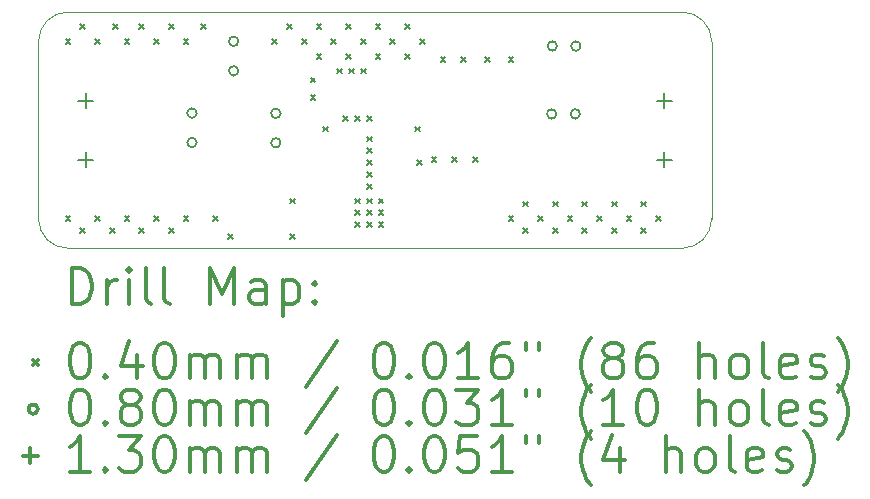
<source format=gbr>
%FSLAX45Y45*%
G04 Gerber Fmt 4.5, Leading zero omitted, Abs format (unit mm)*
G04 Created by KiCad (PCBNEW (5.1.0-1220-ga833aeeac)) date 2019-07-10 21:21:38*
%MOMM*%
%LPD*%
G04 APERTURE LIST*
%ADD10C,0.100000*%
%ADD11C,0.200000*%
%ADD12C,0.300000*%
G04 APERTURE END LIST*
D10*
X14000000Y-11250000D02*
G75*
G02X14250000Y-11000000I250000J0D01*
G01*
X14250000Y-13000000D02*
G75*
G02X14000000Y-12750000I0J250000D01*
G01*
X19700000Y-12750000D02*
G75*
G02X19450000Y-13000000I-250000J0D01*
G01*
X19450000Y-11000000D02*
G75*
G02X19700000Y-11250000I0J-250000D01*
G01*
X14000000Y-12750000D02*
X14000000Y-11250000D01*
X19450000Y-13000000D02*
X14250000Y-13000000D01*
X19700000Y-11250000D02*
X19700000Y-12750000D01*
X14250000Y-11000000D02*
X19450000Y-11000000D01*
D11*
X14230000Y-11230000D02*
X14270000Y-11270000D01*
X14270000Y-11230000D02*
X14230000Y-11270000D01*
X14230000Y-12730000D02*
X14270000Y-12770000D01*
X14270000Y-12730000D02*
X14230000Y-12770000D01*
X14355000Y-11105000D02*
X14395000Y-11145000D01*
X14395000Y-11105000D02*
X14355000Y-11145000D01*
X14355000Y-12830000D02*
X14395000Y-12870000D01*
X14395000Y-12830000D02*
X14355000Y-12870000D01*
X14480000Y-11230000D02*
X14520000Y-11270000D01*
X14520000Y-11230000D02*
X14480000Y-11270000D01*
X14480000Y-12730000D02*
X14520000Y-12770000D01*
X14520000Y-12730000D02*
X14480000Y-12770000D01*
X14605000Y-12830000D02*
X14645000Y-12870000D01*
X14645000Y-12830000D02*
X14605000Y-12870000D01*
X14630000Y-11105000D02*
X14670000Y-11145000D01*
X14670000Y-11105000D02*
X14630000Y-11145000D01*
X14730000Y-11230000D02*
X14770000Y-11270000D01*
X14770000Y-11230000D02*
X14730000Y-11270000D01*
X14730000Y-12730000D02*
X14770000Y-12770000D01*
X14770000Y-12730000D02*
X14730000Y-12770000D01*
X14855000Y-11105000D02*
X14895000Y-11145000D01*
X14895000Y-11105000D02*
X14855000Y-11145000D01*
X14855000Y-12830000D02*
X14895000Y-12870000D01*
X14895000Y-12830000D02*
X14855000Y-12870000D01*
X14980000Y-11230000D02*
X15020000Y-11270000D01*
X15020000Y-11230000D02*
X14980000Y-11270000D01*
X14980000Y-12730000D02*
X15020000Y-12770000D01*
X15020000Y-12730000D02*
X14980000Y-12770000D01*
X15105000Y-11105000D02*
X15145000Y-11145000D01*
X15145000Y-11105000D02*
X15105000Y-11145000D01*
X15105000Y-12830000D02*
X15145000Y-12870000D01*
X15145000Y-12830000D02*
X15105000Y-12870000D01*
X15230000Y-11230000D02*
X15270000Y-11270000D01*
X15270000Y-11230000D02*
X15230000Y-11270000D01*
X15230000Y-12730000D02*
X15270000Y-12770000D01*
X15270000Y-12730000D02*
X15230000Y-12770000D01*
X15380000Y-11105000D02*
X15420000Y-11145000D01*
X15420000Y-11105000D02*
X15380000Y-11145000D01*
X15480000Y-12730000D02*
X15520000Y-12770000D01*
X15520000Y-12730000D02*
X15480000Y-12770000D01*
X15605000Y-12880000D02*
X15645000Y-12920000D01*
X15645000Y-12880000D02*
X15605000Y-12920000D01*
X15980000Y-11230000D02*
X16020000Y-11270000D01*
X16020000Y-11230000D02*
X15980000Y-11270000D01*
X16105000Y-11105000D02*
X16145000Y-11145000D01*
X16145000Y-11105000D02*
X16105000Y-11145000D01*
X16130000Y-12580000D02*
X16170000Y-12620000D01*
X16170000Y-12580000D02*
X16130000Y-12620000D01*
X16130000Y-12880000D02*
X16170000Y-12920000D01*
X16170000Y-12880000D02*
X16130000Y-12920000D01*
X16230000Y-11230000D02*
X16270000Y-11270000D01*
X16270000Y-11230000D02*
X16230000Y-11270000D01*
X16305000Y-11555000D02*
X16345000Y-11595000D01*
X16345000Y-11555000D02*
X16305000Y-11595000D01*
X16305000Y-11705000D02*
X16345000Y-11745000D01*
X16345000Y-11705000D02*
X16305000Y-11745000D01*
X16355000Y-11105000D02*
X16395000Y-11145000D01*
X16395000Y-11105000D02*
X16355000Y-11145000D01*
X16355000Y-11355000D02*
X16395000Y-11395000D01*
X16395000Y-11355000D02*
X16355000Y-11395000D01*
X16410000Y-11970000D02*
X16450000Y-12010000D01*
X16450000Y-11970000D02*
X16410000Y-12010000D01*
X16480000Y-11230000D02*
X16520000Y-11270000D01*
X16520000Y-11230000D02*
X16480000Y-11270000D01*
X16530000Y-11480000D02*
X16570000Y-11520000D01*
X16570000Y-11480000D02*
X16530000Y-11520000D01*
X16580000Y-11880000D02*
X16620000Y-11920000D01*
X16620000Y-11880000D02*
X16580000Y-11920000D01*
X16605000Y-11105000D02*
X16645000Y-11145000D01*
X16645000Y-11105000D02*
X16605000Y-11145000D01*
X16605000Y-11355000D02*
X16645000Y-11395000D01*
X16645000Y-11355000D02*
X16605000Y-11395000D01*
X16630000Y-11480000D02*
X16670000Y-11520000D01*
X16670000Y-11480000D02*
X16630000Y-11520000D01*
X16680000Y-11880000D02*
X16720000Y-11920000D01*
X16720000Y-11880000D02*
X16680000Y-11920000D01*
X16680000Y-12580000D02*
X16720000Y-12620000D01*
X16720000Y-12580000D02*
X16680000Y-12620000D01*
X16680000Y-12680000D02*
X16720000Y-12720000D01*
X16720000Y-12680000D02*
X16680000Y-12720000D01*
X16680000Y-12780000D02*
X16720000Y-12820000D01*
X16720000Y-12780000D02*
X16680000Y-12820000D01*
X16730000Y-11230000D02*
X16770000Y-11270000D01*
X16770000Y-11230000D02*
X16730000Y-11270000D01*
X16730000Y-11480000D02*
X16770000Y-11520000D01*
X16770000Y-11480000D02*
X16730000Y-11520000D01*
X16780000Y-11880000D02*
X16820000Y-11920000D01*
X16820000Y-11880000D02*
X16780000Y-11920000D01*
X16780000Y-12055000D02*
X16820000Y-12095000D01*
X16820000Y-12055000D02*
X16780000Y-12095000D01*
X16780000Y-12155000D02*
X16820000Y-12195000D01*
X16820000Y-12155000D02*
X16780000Y-12195000D01*
X16780000Y-12255000D02*
X16820000Y-12295000D01*
X16820000Y-12255000D02*
X16780000Y-12295000D01*
X16780000Y-12355000D02*
X16820000Y-12395000D01*
X16820000Y-12355000D02*
X16780000Y-12395000D01*
X16780000Y-12455000D02*
X16820000Y-12495000D01*
X16820000Y-12455000D02*
X16780000Y-12495000D01*
X16780000Y-12580000D02*
X16820000Y-12620000D01*
X16820000Y-12580000D02*
X16780000Y-12620000D01*
X16780000Y-12680000D02*
X16820000Y-12720000D01*
X16820000Y-12680000D02*
X16780000Y-12720000D01*
X16780000Y-12780000D02*
X16820000Y-12820000D01*
X16820000Y-12780000D02*
X16780000Y-12820000D01*
X16855000Y-11105000D02*
X16895000Y-11145000D01*
X16895000Y-11105000D02*
X16855000Y-11145000D01*
X16855000Y-11355000D02*
X16895000Y-11395000D01*
X16895000Y-11355000D02*
X16855000Y-11395000D01*
X16880000Y-12580000D02*
X16920000Y-12620000D01*
X16920000Y-12580000D02*
X16880000Y-12620000D01*
X16880000Y-12680000D02*
X16920000Y-12720000D01*
X16920000Y-12680000D02*
X16880000Y-12720000D01*
X16880000Y-12780000D02*
X16920000Y-12820000D01*
X16920000Y-12780000D02*
X16880000Y-12820000D01*
X16980000Y-11230000D02*
X17020000Y-11270000D01*
X17020000Y-11230000D02*
X16980000Y-11270000D01*
X17105000Y-11105000D02*
X17145000Y-11145000D01*
X17145000Y-11105000D02*
X17105000Y-11145000D01*
X17105000Y-11355000D02*
X17145000Y-11395000D01*
X17145000Y-11355000D02*
X17105000Y-11395000D01*
X17190000Y-11970000D02*
X17230000Y-12010000D01*
X17230000Y-11970000D02*
X17190000Y-12010000D01*
X17206429Y-12253571D02*
X17246429Y-12293571D01*
X17246429Y-12253571D02*
X17206429Y-12293571D01*
X17230000Y-11230000D02*
X17270000Y-11270000D01*
X17270000Y-11230000D02*
X17230000Y-11270000D01*
X17330000Y-12230000D02*
X17370000Y-12270000D01*
X17370000Y-12230000D02*
X17330000Y-12270000D01*
X17405000Y-11380000D02*
X17445000Y-11420000D01*
X17445000Y-11380000D02*
X17405000Y-11420000D01*
X17505000Y-12230000D02*
X17545000Y-12270000D01*
X17545000Y-12230000D02*
X17505000Y-12270000D01*
X17580000Y-11380000D02*
X17620000Y-11420000D01*
X17620000Y-11380000D02*
X17580000Y-11420000D01*
X17680000Y-12230000D02*
X17720000Y-12270000D01*
X17720000Y-12230000D02*
X17680000Y-12270000D01*
X17780000Y-11380000D02*
X17820000Y-11420000D01*
X17820000Y-11380000D02*
X17780000Y-11420000D01*
X17980000Y-11380000D02*
X18020000Y-11420000D01*
X18020000Y-11380000D02*
X17980000Y-11420000D01*
X17980000Y-12730000D02*
X18020000Y-12770000D01*
X18020000Y-12730000D02*
X17980000Y-12770000D01*
X18105000Y-12605000D02*
X18145000Y-12645000D01*
X18145000Y-12605000D02*
X18105000Y-12645000D01*
X18105000Y-12830000D02*
X18145000Y-12870000D01*
X18145000Y-12830000D02*
X18105000Y-12870000D01*
X18230000Y-12730000D02*
X18270000Y-12770000D01*
X18270000Y-12730000D02*
X18230000Y-12770000D01*
X18355000Y-12605000D02*
X18395000Y-12645000D01*
X18395000Y-12605000D02*
X18355000Y-12645000D01*
X18355000Y-12830000D02*
X18395000Y-12870000D01*
X18395000Y-12830000D02*
X18355000Y-12870000D01*
X18480000Y-12730000D02*
X18520000Y-12770000D01*
X18520000Y-12730000D02*
X18480000Y-12770000D01*
X18605000Y-12605000D02*
X18645000Y-12645000D01*
X18645000Y-12605000D02*
X18605000Y-12645000D01*
X18605000Y-12830000D02*
X18645000Y-12870000D01*
X18645000Y-12830000D02*
X18605000Y-12870000D01*
X18730000Y-12730000D02*
X18770000Y-12770000D01*
X18770000Y-12730000D02*
X18730000Y-12770000D01*
X18855000Y-12605000D02*
X18895000Y-12645000D01*
X18895000Y-12605000D02*
X18855000Y-12645000D01*
X18855000Y-12830000D02*
X18895000Y-12870000D01*
X18895000Y-12830000D02*
X18855000Y-12870000D01*
X18980000Y-12730000D02*
X19020000Y-12770000D01*
X19020000Y-12730000D02*
X18980000Y-12770000D01*
X19105000Y-12605000D02*
X19145000Y-12645000D01*
X19145000Y-12605000D02*
X19105000Y-12645000D01*
X19105000Y-12830000D02*
X19145000Y-12870000D01*
X19145000Y-12830000D02*
X19105000Y-12870000D01*
X19230000Y-12730000D02*
X19270000Y-12770000D01*
X19270000Y-12730000D02*
X19230000Y-12770000D01*
X15340000Y-11855000D02*
G75*
G03X15340000Y-11855000I-40000J0D01*
G01*
X15340000Y-12105000D02*
G75*
G03X15340000Y-12105000I-40000J0D01*
G01*
X16050000Y-11857500D02*
G75*
G03X16050000Y-11857500I-40000J0D01*
G01*
X16050000Y-12107500D02*
G75*
G03X16050000Y-12107500I-40000J0D01*
G01*
X15692500Y-11247500D02*
G75*
G03X15692500Y-11247500I-40000J0D01*
G01*
X15692500Y-11497500D02*
G75*
G03X15692500Y-11497500I-40000J0D01*
G01*
X18390000Y-11287500D02*
G75*
G03X18390000Y-11287500I-40000J0D01*
G01*
X18590000Y-11287500D02*
G75*
G03X18590000Y-11287500I-40000J0D01*
G01*
X18385000Y-11862500D02*
G75*
G03X18385000Y-11862500I-40000J0D01*
G01*
X18585000Y-11862500D02*
G75*
G03X18585000Y-11862500I-40000J0D01*
G01*
X19300000Y-11685000D02*
X19300000Y-11815000D01*
X19235000Y-11750000D02*
X19365000Y-11750000D01*
X19300000Y-12185000D02*
X19300000Y-12315000D01*
X19235000Y-12250000D02*
X19365000Y-12250000D01*
X14400000Y-11685000D02*
X14400000Y-11815000D01*
X14335000Y-11750000D02*
X14465000Y-11750000D01*
X14400000Y-12185000D02*
X14400000Y-12315000D01*
X14335000Y-12250000D02*
X14465000Y-12250000D01*
D12*
X14281428Y-13470714D02*
X14281428Y-13170714D01*
X14352857Y-13170714D01*
X14395714Y-13185000D01*
X14424286Y-13213571D01*
X14438571Y-13242143D01*
X14452857Y-13299286D01*
X14452857Y-13342143D01*
X14438571Y-13399286D01*
X14424286Y-13427857D01*
X14395714Y-13456429D01*
X14352857Y-13470714D01*
X14281428Y-13470714D01*
X14581428Y-13470714D02*
X14581428Y-13270714D01*
X14581428Y-13327857D02*
X14595714Y-13299286D01*
X14610000Y-13285000D01*
X14638571Y-13270714D01*
X14667143Y-13270714D01*
X14767143Y-13470714D02*
X14767143Y-13270714D01*
X14767143Y-13170714D02*
X14752857Y-13185000D01*
X14767143Y-13199286D01*
X14781428Y-13185000D01*
X14767143Y-13170714D01*
X14767143Y-13199286D01*
X14952857Y-13470714D02*
X14924286Y-13456429D01*
X14910000Y-13427857D01*
X14910000Y-13170714D01*
X15110000Y-13470714D02*
X15081428Y-13456429D01*
X15067143Y-13427857D01*
X15067143Y-13170714D01*
X15452857Y-13470714D02*
X15452857Y-13170714D01*
X15552857Y-13385000D01*
X15652857Y-13170714D01*
X15652857Y-13470714D01*
X15924286Y-13470714D02*
X15924286Y-13313571D01*
X15910000Y-13285000D01*
X15881428Y-13270714D01*
X15824286Y-13270714D01*
X15795714Y-13285000D01*
X15924286Y-13456429D02*
X15895714Y-13470714D01*
X15824286Y-13470714D01*
X15795714Y-13456429D01*
X15781428Y-13427857D01*
X15781428Y-13399286D01*
X15795714Y-13370714D01*
X15824286Y-13356429D01*
X15895714Y-13356429D01*
X15924286Y-13342143D01*
X16067143Y-13270714D02*
X16067143Y-13570714D01*
X16067143Y-13285000D02*
X16095714Y-13270714D01*
X16152857Y-13270714D01*
X16181428Y-13285000D01*
X16195714Y-13299286D01*
X16210000Y-13327857D01*
X16210000Y-13413571D01*
X16195714Y-13442143D01*
X16181428Y-13456429D01*
X16152857Y-13470714D01*
X16095714Y-13470714D01*
X16067143Y-13456429D01*
X16338571Y-13442143D02*
X16352857Y-13456429D01*
X16338571Y-13470714D01*
X16324286Y-13456429D01*
X16338571Y-13442143D01*
X16338571Y-13470714D01*
X16338571Y-13285000D02*
X16352857Y-13299286D01*
X16338571Y-13313571D01*
X16324286Y-13299286D01*
X16338571Y-13285000D01*
X16338571Y-13313571D01*
X13955000Y-13945000D02*
X13995000Y-13985000D01*
X13995000Y-13945000D02*
X13955000Y-13985000D01*
X14338571Y-13800714D02*
X14367143Y-13800714D01*
X14395714Y-13815000D01*
X14410000Y-13829286D01*
X14424286Y-13857857D01*
X14438571Y-13915000D01*
X14438571Y-13986429D01*
X14424286Y-14043571D01*
X14410000Y-14072143D01*
X14395714Y-14086429D01*
X14367143Y-14100714D01*
X14338571Y-14100714D01*
X14310000Y-14086429D01*
X14295714Y-14072143D01*
X14281428Y-14043571D01*
X14267143Y-13986429D01*
X14267143Y-13915000D01*
X14281428Y-13857857D01*
X14295714Y-13829286D01*
X14310000Y-13815000D01*
X14338571Y-13800714D01*
X14567143Y-14072143D02*
X14581428Y-14086429D01*
X14567143Y-14100714D01*
X14552857Y-14086429D01*
X14567143Y-14072143D01*
X14567143Y-14100714D01*
X14838571Y-13900714D02*
X14838571Y-14100714D01*
X14767143Y-13786429D02*
X14695714Y-14000714D01*
X14881428Y-14000714D01*
X15052857Y-13800714D02*
X15081428Y-13800714D01*
X15110000Y-13815000D01*
X15124286Y-13829286D01*
X15138571Y-13857857D01*
X15152857Y-13915000D01*
X15152857Y-13986429D01*
X15138571Y-14043571D01*
X15124286Y-14072143D01*
X15110000Y-14086429D01*
X15081428Y-14100714D01*
X15052857Y-14100714D01*
X15024286Y-14086429D01*
X15010000Y-14072143D01*
X14995714Y-14043571D01*
X14981428Y-13986429D01*
X14981428Y-13915000D01*
X14995714Y-13857857D01*
X15010000Y-13829286D01*
X15024286Y-13815000D01*
X15052857Y-13800714D01*
X15281428Y-14100714D02*
X15281428Y-13900714D01*
X15281428Y-13929286D02*
X15295714Y-13915000D01*
X15324286Y-13900714D01*
X15367143Y-13900714D01*
X15395714Y-13915000D01*
X15410000Y-13943571D01*
X15410000Y-14100714D01*
X15410000Y-13943571D02*
X15424286Y-13915000D01*
X15452857Y-13900714D01*
X15495714Y-13900714D01*
X15524286Y-13915000D01*
X15538571Y-13943571D01*
X15538571Y-14100714D01*
X15681428Y-14100714D02*
X15681428Y-13900714D01*
X15681428Y-13929286D02*
X15695714Y-13915000D01*
X15724286Y-13900714D01*
X15767143Y-13900714D01*
X15795714Y-13915000D01*
X15810000Y-13943571D01*
X15810000Y-14100714D01*
X15810000Y-13943571D02*
X15824286Y-13915000D01*
X15852857Y-13900714D01*
X15895714Y-13900714D01*
X15924286Y-13915000D01*
X15938571Y-13943571D01*
X15938571Y-14100714D01*
X16524286Y-13786429D02*
X16267143Y-14172143D01*
X16910000Y-13800714D02*
X16938571Y-13800714D01*
X16967143Y-13815000D01*
X16981428Y-13829286D01*
X16995714Y-13857857D01*
X17010000Y-13915000D01*
X17010000Y-13986429D01*
X16995714Y-14043571D01*
X16981428Y-14072143D01*
X16967143Y-14086429D01*
X16938571Y-14100714D01*
X16910000Y-14100714D01*
X16881428Y-14086429D01*
X16867143Y-14072143D01*
X16852857Y-14043571D01*
X16838571Y-13986429D01*
X16838571Y-13915000D01*
X16852857Y-13857857D01*
X16867143Y-13829286D01*
X16881428Y-13815000D01*
X16910000Y-13800714D01*
X17138571Y-14072143D02*
X17152857Y-14086429D01*
X17138571Y-14100714D01*
X17124286Y-14086429D01*
X17138571Y-14072143D01*
X17138571Y-14100714D01*
X17338571Y-13800714D02*
X17367143Y-13800714D01*
X17395714Y-13815000D01*
X17410000Y-13829286D01*
X17424286Y-13857857D01*
X17438571Y-13915000D01*
X17438571Y-13986429D01*
X17424286Y-14043571D01*
X17410000Y-14072143D01*
X17395714Y-14086429D01*
X17367143Y-14100714D01*
X17338571Y-14100714D01*
X17310000Y-14086429D01*
X17295714Y-14072143D01*
X17281428Y-14043571D01*
X17267143Y-13986429D01*
X17267143Y-13915000D01*
X17281428Y-13857857D01*
X17295714Y-13829286D01*
X17310000Y-13815000D01*
X17338571Y-13800714D01*
X17724286Y-14100714D02*
X17552857Y-14100714D01*
X17638571Y-14100714D02*
X17638571Y-13800714D01*
X17610000Y-13843571D01*
X17581428Y-13872143D01*
X17552857Y-13886429D01*
X17981428Y-13800714D02*
X17924286Y-13800714D01*
X17895714Y-13815000D01*
X17881428Y-13829286D01*
X17852857Y-13872143D01*
X17838571Y-13929286D01*
X17838571Y-14043571D01*
X17852857Y-14072143D01*
X17867143Y-14086429D01*
X17895714Y-14100714D01*
X17952857Y-14100714D01*
X17981428Y-14086429D01*
X17995714Y-14072143D01*
X18010000Y-14043571D01*
X18010000Y-13972143D01*
X17995714Y-13943571D01*
X17981428Y-13929286D01*
X17952857Y-13915000D01*
X17895714Y-13915000D01*
X17867143Y-13929286D01*
X17852857Y-13943571D01*
X17838571Y-13972143D01*
X18124286Y-13800714D02*
X18124286Y-13857857D01*
X18238571Y-13800714D02*
X18238571Y-13857857D01*
X18681428Y-14215000D02*
X18667143Y-14200714D01*
X18638571Y-14157857D01*
X18624286Y-14129286D01*
X18610000Y-14086429D01*
X18595714Y-14015000D01*
X18595714Y-13957857D01*
X18610000Y-13886429D01*
X18624286Y-13843571D01*
X18638571Y-13815000D01*
X18667143Y-13772143D01*
X18681428Y-13757857D01*
X18838571Y-13929286D02*
X18810000Y-13915000D01*
X18795714Y-13900714D01*
X18781428Y-13872143D01*
X18781428Y-13857857D01*
X18795714Y-13829286D01*
X18810000Y-13815000D01*
X18838571Y-13800714D01*
X18895714Y-13800714D01*
X18924286Y-13815000D01*
X18938571Y-13829286D01*
X18952857Y-13857857D01*
X18952857Y-13872143D01*
X18938571Y-13900714D01*
X18924286Y-13915000D01*
X18895714Y-13929286D01*
X18838571Y-13929286D01*
X18810000Y-13943571D01*
X18795714Y-13957857D01*
X18781428Y-13986429D01*
X18781428Y-14043571D01*
X18795714Y-14072143D01*
X18810000Y-14086429D01*
X18838571Y-14100714D01*
X18895714Y-14100714D01*
X18924286Y-14086429D01*
X18938571Y-14072143D01*
X18952857Y-14043571D01*
X18952857Y-13986429D01*
X18938571Y-13957857D01*
X18924286Y-13943571D01*
X18895714Y-13929286D01*
X19210000Y-13800714D02*
X19152857Y-13800714D01*
X19124286Y-13815000D01*
X19110000Y-13829286D01*
X19081428Y-13872143D01*
X19067143Y-13929286D01*
X19067143Y-14043571D01*
X19081428Y-14072143D01*
X19095714Y-14086429D01*
X19124286Y-14100714D01*
X19181428Y-14100714D01*
X19210000Y-14086429D01*
X19224286Y-14072143D01*
X19238571Y-14043571D01*
X19238571Y-13972143D01*
X19224286Y-13943571D01*
X19210000Y-13929286D01*
X19181428Y-13915000D01*
X19124286Y-13915000D01*
X19095714Y-13929286D01*
X19081428Y-13943571D01*
X19067143Y-13972143D01*
X19595714Y-14100714D02*
X19595714Y-13800714D01*
X19724286Y-14100714D02*
X19724286Y-13943571D01*
X19710000Y-13915000D01*
X19681428Y-13900714D01*
X19638571Y-13900714D01*
X19610000Y-13915000D01*
X19595714Y-13929286D01*
X19910000Y-14100714D02*
X19881428Y-14086429D01*
X19867143Y-14072143D01*
X19852857Y-14043571D01*
X19852857Y-13957857D01*
X19867143Y-13929286D01*
X19881428Y-13915000D01*
X19910000Y-13900714D01*
X19952857Y-13900714D01*
X19981428Y-13915000D01*
X19995714Y-13929286D01*
X20010000Y-13957857D01*
X20010000Y-14043571D01*
X19995714Y-14072143D01*
X19981428Y-14086429D01*
X19952857Y-14100714D01*
X19910000Y-14100714D01*
X20181428Y-14100714D02*
X20152857Y-14086429D01*
X20138571Y-14057857D01*
X20138571Y-13800714D01*
X20410000Y-14086429D02*
X20381428Y-14100714D01*
X20324286Y-14100714D01*
X20295714Y-14086429D01*
X20281428Y-14057857D01*
X20281428Y-13943571D01*
X20295714Y-13915000D01*
X20324286Y-13900714D01*
X20381428Y-13900714D01*
X20410000Y-13915000D01*
X20424286Y-13943571D01*
X20424286Y-13972143D01*
X20281428Y-14000714D01*
X20538571Y-14086429D02*
X20567143Y-14100714D01*
X20624286Y-14100714D01*
X20652857Y-14086429D01*
X20667143Y-14057857D01*
X20667143Y-14043571D01*
X20652857Y-14015000D01*
X20624286Y-14000714D01*
X20581428Y-14000714D01*
X20552857Y-13986429D01*
X20538571Y-13957857D01*
X20538571Y-13943571D01*
X20552857Y-13915000D01*
X20581428Y-13900714D01*
X20624286Y-13900714D01*
X20652857Y-13915000D01*
X20767143Y-14215000D02*
X20781428Y-14200714D01*
X20810000Y-14157857D01*
X20824286Y-14129286D01*
X20838571Y-14086429D01*
X20852857Y-14015000D01*
X20852857Y-13957857D01*
X20838571Y-13886429D01*
X20824286Y-13843571D01*
X20810000Y-13815000D01*
X20781428Y-13772143D01*
X20767143Y-13757857D01*
X13995000Y-14361000D02*
G75*
G03X13995000Y-14361000I-40000J0D01*
G01*
X14338571Y-14196714D02*
X14367143Y-14196714D01*
X14395714Y-14211000D01*
X14410000Y-14225286D01*
X14424286Y-14253857D01*
X14438571Y-14311000D01*
X14438571Y-14382429D01*
X14424286Y-14439571D01*
X14410000Y-14468143D01*
X14395714Y-14482429D01*
X14367143Y-14496714D01*
X14338571Y-14496714D01*
X14310000Y-14482429D01*
X14295714Y-14468143D01*
X14281428Y-14439571D01*
X14267143Y-14382429D01*
X14267143Y-14311000D01*
X14281428Y-14253857D01*
X14295714Y-14225286D01*
X14310000Y-14211000D01*
X14338571Y-14196714D01*
X14567143Y-14468143D02*
X14581428Y-14482429D01*
X14567143Y-14496714D01*
X14552857Y-14482429D01*
X14567143Y-14468143D01*
X14567143Y-14496714D01*
X14752857Y-14325286D02*
X14724286Y-14311000D01*
X14710000Y-14296714D01*
X14695714Y-14268143D01*
X14695714Y-14253857D01*
X14710000Y-14225286D01*
X14724286Y-14211000D01*
X14752857Y-14196714D01*
X14810000Y-14196714D01*
X14838571Y-14211000D01*
X14852857Y-14225286D01*
X14867143Y-14253857D01*
X14867143Y-14268143D01*
X14852857Y-14296714D01*
X14838571Y-14311000D01*
X14810000Y-14325286D01*
X14752857Y-14325286D01*
X14724286Y-14339571D01*
X14710000Y-14353857D01*
X14695714Y-14382429D01*
X14695714Y-14439571D01*
X14710000Y-14468143D01*
X14724286Y-14482429D01*
X14752857Y-14496714D01*
X14810000Y-14496714D01*
X14838571Y-14482429D01*
X14852857Y-14468143D01*
X14867143Y-14439571D01*
X14867143Y-14382429D01*
X14852857Y-14353857D01*
X14838571Y-14339571D01*
X14810000Y-14325286D01*
X15052857Y-14196714D02*
X15081428Y-14196714D01*
X15110000Y-14211000D01*
X15124286Y-14225286D01*
X15138571Y-14253857D01*
X15152857Y-14311000D01*
X15152857Y-14382429D01*
X15138571Y-14439571D01*
X15124286Y-14468143D01*
X15110000Y-14482429D01*
X15081428Y-14496714D01*
X15052857Y-14496714D01*
X15024286Y-14482429D01*
X15010000Y-14468143D01*
X14995714Y-14439571D01*
X14981428Y-14382429D01*
X14981428Y-14311000D01*
X14995714Y-14253857D01*
X15010000Y-14225286D01*
X15024286Y-14211000D01*
X15052857Y-14196714D01*
X15281428Y-14496714D02*
X15281428Y-14296714D01*
X15281428Y-14325286D02*
X15295714Y-14311000D01*
X15324286Y-14296714D01*
X15367143Y-14296714D01*
X15395714Y-14311000D01*
X15410000Y-14339571D01*
X15410000Y-14496714D01*
X15410000Y-14339571D02*
X15424286Y-14311000D01*
X15452857Y-14296714D01*
X15495714Y-14296714D01*
X15524286Y-14311000D01*
X15538571Y-14339571D01*
X15538571Y-14496714D01*
X15681428Y-14496714D02*
X15681428Y-14296714D01*
X15681428Y-14325286D02*
X15695714Y-14311000D01*
X15724286Y-14296714D01*
X15767143Y-14296714D01*
X15795714Y-14311000D01*
X15810000Y-14339571D01*
X15810000Y-14496714D01*
X15810000Y-14339571D02*
X15824286Y-14311000D01*
X15852857Y-14296714D01*
X15895714Y-14296714D01*
X15924286Y-14311000D01*
X15938571Y-14339571D01*
X15938571Y-14496714D01*
X16524286Y-14182429D02*
X16267143Y-14568143D01*
X16910000Y-14196714D02*
X16938571Y-14196714D01*
X16967143Y-14211000D01*
X16981428Y-14225286D01*
X16995714Y-14253857D01*
X17010000Y-14311000D01*
X17010000Y-14382429D01*
X16995714Y-14439571D01*
X16981428Y-14468143D01*
X16967143Y-14482429D01*
X16938571Y-14496714D01*
X16910000Y-14496714D01*
X16881428Y-14482429D01*
X16867143Y-14468143D01*
X16852857Y-14439571D01*
X16838571Y-14382429D01*
X16838571Y-14311000D01*
X16852857Y-14253857D01*
X16867143Y-14225286D01*
X16881428Y-14211000D01*
X16910000Y-14196714D01*
X17138571Y-14468143D02*
X17152857Y-14482429D01*
X17138571Y-14496714D01*
X17124286Y-14482429D01*
X17138571Y-14468143D01*
X17138571Y-14496714D01*
X17338571Y-14196714D02*
X17367143Y-14196714D01*
X17395714Y-14211000D01*
X17410000Y-14225286D01*
X17424286Y-14253857D01*
X17438571Y-14311000D01*
X17438571Y-14382429D01*
X17424286Y-14439571D01*
X17410000Y-14468143D01*
X17395714Y-14482429D01*
X17367143Y-14496714D01*
X17338571Y-14496714D01*
X17310000Y-14482429D01*
X17295714Y-14468143D01*
X17281428Y-14439571D01*
X17267143Y-14382429D01*
X17267143Y-14311000D01*
X17281428Y-14253857D01*
X17295714Y-14225286D01*
X17310000Y-14211000D01*
X17338571Y-14196714D01*
X17538571Y-14196714D02*
X17724286Y-14196714D01*
X17624286Y-14311000D01*
X17667143Y-14311000D01*
X17695714Y-14325286D01*
X17710000Y-14339571D01*
X17724286Y-14368143D01*
X17724286Y-14439571D01*
X17710000Y-14468143D01*
X17695714Y-14482429D01*
X17667143Y-14496714D01*
X17581428Y-14496714D01*
X17552857Y-14482429D01*
X17538571Y-14468143D01*
X18010000Y-14496714D02*
X17838571Y-14496714D01*
X17924286Y-14496714D02*
X17924286Y-14196714D01*
X17895714Y-14239571D01*
X17867143Y-14268143D01*
X17838571Y-14282429D01*
X18124286Y-14196714D02*
X18124286Y-14253857D01*
X18238571Y-14196714D02*
X18238571Y-14253857D01*
X18681428Y-14611000D02*
X18667143Y-14596714D01*
X18638571Y-14553857D01*
X18624286Y-14525286D01*
X18610000Y-14482429D01*
X18595714Y-14411000D01*
X18595714Y-14353857D01*
X18610000Y-14282429D01*
X18624286Y-14239571D01*
X18638571Y-14211000D01*
X18667143Y-14168143D01*
X18681428Y-14153857D01*
X18952857Y-14496714D02*
X18781428Y-14496714D01*
X18867143Y-14496714D02*
X18867143Y-14196714D01*
X18838571Y-14239571D01*
X18810000Y-14268143D01*
X18781428Y-14282429D01*
X19138571Y-14196714D02*
X19167143Y-14196714D01*
X19195714Y-14211000D01*
X19210000Y-14225286D01*
X19224286Y-14253857D01*
X19238571Y-14311000D01*
X19238571Y-14382429D01*
X19224286Y-14439571D01*
X19210000Y-14468143D01*
X19195714Y-14482429D01*
X19167143Y-14496714D01*
X19138571Y-14496714D01*
X19110000Y-14482429D01*
X19095714Y-14468143D01*
X19081428Y-14439571D01*
X19067143Y-14382429D01*
X19067143Y-14311000D01*
X19081428Y-14253857D01*
X19095714Y-14225286D01*
X19110000Y-14211000D01*
X19138571Y-14196714D01*
X19595714Y-14496714D02*
X19595714Y-14196714D01*
X19724286Y-14496714D02*
X19724286Y-14339571D01*
X19710000Y-14311000D01*
X19681428Y-14296714D01*
X19638571Y-14296714D01*
X19610000Y-14311000D01*
X19595714Y-14325286D01*
X19910000Y-14496714D02*
X19881428Y-14482429D01*
X19867143Y-14468143D01*
X19852857Y-14439571D01*
X19852857Y-14353857D01*
X19867143Y-14325286D01*
X19881428Y-14311000D01*
X19910000Y-14296714D01*
X19952857Y-14296714D01*
X19981428Y-14311000D01*
X19995714Y-14325286D01*
X20010000Y-14353857D01*
X20010000Y-14439571D01*
X19995714Y-14468143D01*
X19981428Y-14482429D01*
X19952857Y-14496714D01*
X19910000Y-14496714D01*
X20181428Y-14496714D02*
X20152857Y-14482429D01*
X20138571Y-14453857D01*
X20138571Y-14196714D01*
X20410000Y-14482429D02*
X20381428Y-14496714D01*
X20324286Y-14496714D01*
X20295714Y-14482429D01*
X20281428Y-14453857D01*
X20281428Y-14339571D01*
X20295714Y-14311000D01*
X20324286Y-14296714D01*
X20381428Y-14296714D01*
X20410000Y-14311000D01*
X20424286Y-14339571D01*
X20424286Y-14368143D01*
X20281428Y-14396714D01*
X20538571Y-14482429D02*
X20567143Y-14496714D01*
X20624286Y-14496714D01*
X20652857Y-14482429D01*
X20667143Y-14453857D01*
X20667143Y-14439571D01*
X20652857Y-14411000D01*
X20624286Y-14396714D01*
X20581428Y-14396714D01*
X20552857Y-14382429D01*
X20538571Y-14353857D01*
X20538571Y-14339571D01*
X20552857Y-14311000D01*
X20581428Y-14296714D01*
X20624286Y-14296714D01*
X20652857Y-14311000D01*
X20767143Y-14611000D02*
X20781428Y-14596714D01*
X20810000Y-14553857D01*
X20824286Y-14525286D01*
X20838571Y-14482429D01*
X20852857Y-14411000D01*
X20852857Y-14353857D01*
X20838571Y-14282429D01*
X20824286Y-14239571D01*
X20810000Y-14211000D01*
X20781428Y-14168143D01*
X20767143Y-14153857D01*
X13930000Y-14692000D02*
X13930000Y-14822000D01*
X13865000Y-14757000D02*
X13995000Y-14757000D01*
X14438571Y-14892714D02*
X14267143Y-14892714D01*
X14352857Y-14892714D02*
X14352857Y-14592714D01*
X14324286Y-14635571D01*
X14295714Y-14664143D01*
X14267143Y-14678429D01*
X14567143Y-14864143D02*
X14581428Y-14878429D01*
X14567143Y-14892714D01*
X14552857Y-14878429D01*
X14567143Y-14864143D01*
X14567143Y-14892714D01*
X14681428Y-14592714D02*
X14867143Y-14592714D01*
X14767143Y-14707000D01*
X14810000Y-14707000D01*
X14838571Y-14721286D01*
X14852857Y-14735571D01*
X14867143Y-14764143D01*
X14867143Y-14835571D01*
X14852857Y-14864143D01*
X14838571Y-14878429D01*
X14810000Y-14892714D01*
X14724286Y-14892714D01*
X14695714Y-14878429D01*
X14681428Y-14864143D01*
X15052857Y-14592714D02*
X15081428Y-14592714D01*
X15110000Y-14607000D01*
X15124286Y-14621286D01*
X15138571Y-14649857D01*
X15152857Y-14707000D01*
X15152857Y-14778429D01*
X15138571Y-14835571D01*
X15124286Y-14864143D01*
X15110000Y-14878429D01*
X15081428Y-14892714D01*
X15052857Y-14892714D01*
X15024286Y-14878429D01*
X15010000Y-14864143D01*
X14995714Y-14835571D01*
X14981428Y-14778429D01*
X14981428Y-14707000D01*
X14995714Y-14649857D01*
X15010000Y-14621286D01*
X15024286Y-14607000D01*
X15052857Y-14592714D01*
X15281428Y-14892714D02*
X15281428Y-14692714D01*
X15281428Y-14721286D02*
X15295714Y-14707000D01*
X15324286Y-14692714D01*
X15367143Y-14692714D01*
X15395714Y-14707000D01*
X15410000Y-14735571D01*
X15410000Y-14892714D01*
X15410000Y-14735571D02*
X15424286Y-14707000D01*
X15452857Y-14692714D01*
X15495714Y-14692714D01*
X15524286Y-14707000D01*
X15538571Y-14735571D01*
X15538571Y-14892714D01*
X15681428Y-14892714D02*
X15681428Y-14692714D01*
X15681428Y-14721286D02*
X15695714Y-14707000D01*
X15724286Y-14692714D01*
X15767143Y-14692714D01*
X15795714Y-14707000D01*
X15810000Y-14735571D01*
X15810000Y-14892714D01*
X15810000Y-14735571D02*
X15824286Y-14707000D01*
X15852857Y-14692714D01*
X15895714Y-14692714D01*
X15924286Y-14707000D01*
X15938571Y-14735571D01*
X15938571Y-14892714D01*
X16524286Y-14578429D02*
X16267143Y-14964143D01*
X16910000Y-14592714D02*
X16938571Y-14592714D01*
X16967143Y-14607000D01*
X16981428Y-14621286D01*
X16995714Y-14649857D01*
X17010000Y-14707000D01*
X17010000Y-14778429D01*
X16995714Y-14835571D01*
X16981428Y-14864143D01*
X16967143Y-14878429D01*
X16938571Y-14892714D01*
X16910000Y-14892714D01*
X16881428Y-14878429D01*
X16867143Y-14864143D01*
X16852857Y-14835571D01*
X16838571Y-14778429D01*
X16838571Y-14707000D01*
X16852857Y-14649857D01*
X16867143Y-14621286D01*
X16881428Y-14607000D01*
X16910000Y-14592714D01*
X17138571Y-14864143D02*
X17152857Y-14878429D01*
X17138571Y-14892714D01*
X17124286Y-14878429D01*
X17138571Y-14864143D01*
X17138571Y-14892714D01*
X17338571Y-14592714D02*
X17367143Y-14592714D01*
X17395714Y-14607000D01*
X17410000Y-14621286D01*
X17424286Y-14649857D01*
X17438571Y-14707000D01*
X17438571Y-14778429D01*
X17424286Y-14835571D01*
X17410000Y-14864143D01*
X17395714Y-14878429D01*
X17367143Y-14892714D01*
X17338571Y-14892714D01*
X17310000Y-14878429D01*
X17295714Y-14864143D01*
X17281428Y-14835571D01*
X17267143Y-14778429D01*
X17267143Y-14707000D01*
X17281428Y-14649857D01*
X17295714Y-14621286D01*
X17310000Y-14607000D01*
X17338571Y-14592714D01*
X17710000Y-14592714D02*
X17567143Y-14592714D01*
X17552857Y-14735571D01*
X17567143Y-14721286D01*
X17595714Y-14707000D01*
X17667143Y-14707000D01*
X17695714Y-14721286D01*
X17710000Y-14735571D01*
X17724286Y-14764143D01*
X17724286Y-14835571D01*
X17710000Y-14864143D01*
X17695714Y-14878429D01*
X17667143Y-14892714D01*
X17595714Y-14892714D01*
X17567143Y-14878429D01*
X17552857Y-14864143D01*
X18010000Y-14892714D02*
X17838571Y-14892714D01*
X17924286Y-14892714D02*
X17924286Y-14592714D01*
X17895714Y-14635571D01*
X17867143Y-14664143D01*
X17838571Y-14678429D01*
X18124286Y-14592714D02*
X18124286Y-14649857D01*
X18238571Y-14592714D02*
X18238571Y-14649857D01*
X18681428Y-15007000D02*
X18667143Y-14992714D01*
X18638571Y-14949857D01*
X18624286Y-14921286D01*
X18610000Y-14878429D01*
X18595714Y-14807000D01*
X18595714Y-14749857D01*
X18610000Y-14678429D01*
X18624286Y-14635571D01*
X18638571Y-14607000D01*
X18667143Y-14564143D01*
X18681428Y-14549857D01*
X18924286Y-14692714D02*
X18924286Y-14892714D01*
X18852857Y-14578429D02*
X18781428Y-14792714D01*
X18967143Y-14792714D01*
X19310000Y-14892714D02*
X19310000Y-14592714D01*
X19438571Y-14892714D02*
X19438571Y-14735571D01*
X19424286Y-14707000D01*
X19395714Y-14692714D01*
X19352857Y-14692714D01*
X19324286Y-14707000D01*
X19310000Y-14721286D01*
X19624286Y-14892714D02*
X19595714Y-14878429D01*
X19581428Y-14864143D01*
X19567143Y-14835571D01*
X19567143Y-14749857D01*
X19581428Y-14721286D01*
X19595714Y-14707000D01*
X19624286Y-14692714D01*
X19667143Y-14692714D01*
X19695714Y-14707000D01*
X19710000Y-14721286D01*
X19724286Y-14749857D01*
X19724286Y-14835571D01*
X19710000Y-14864143D01*
X19695714Y-14878429D01*
X19667143Y-14892714D01*
X19624286Y-14892714D01*
X19895714Y-14892714D02*
X19867143Y-14878429D01*
X19852857Y-14849857D01*
X19852857Y-14592714D01*
X20124286Y-14878429D02*
X20095714Y-14892714D01*
X20038571Y-14892714D01*
X20010000Y-14878429D01*
X19995714Y-14849857D01*
X19995714Y-14735571D01*
X20010000Y-14707000D01*
X20038571Y-14692714D01*
X20095714Y-14692714D01*
X20124286Y-14707000D01*
X20138571Y-14735571D01*
X20138571Y-14764143D01*
X19995714Y-14792714D01*
X20252857Y-14878429D02*
X20281428Y-14892714D01*
X20338571Y-14892714D01*
X20367143Y-14878429D01*
X20381428Y-14849857D01*
X20381428Y-14835571D01*
X20367143Y-14807000D01*
X20338571Y-14792714D01*
X20295714Y-14792714D01*
X20267143Y-14778429D01*
X20252857Y-14749857D01*
X20252857Y-14735571D01*
X20267143Y-14707000D01*
X20295714Y-14692714D01*
X20338571Y-14692714D01*
X20367143Y-14707000D01*
X20481428Y-15007000D02*
X20495714Y-14992714D01*
X20524286Y-14949857D01*
X20538571Y-14921286D01*
X20552857Y-14878429D01*
X20567143Y-14807000D01*
X20567143Y-14749857D01*
X20552857Y-14678429D01*
X20538571Y-14635571D01*
X20524286Y-14607000D01*
X20495714Y-14564143D01*
X20481428Y-14549857D01*
M02*

</source>
